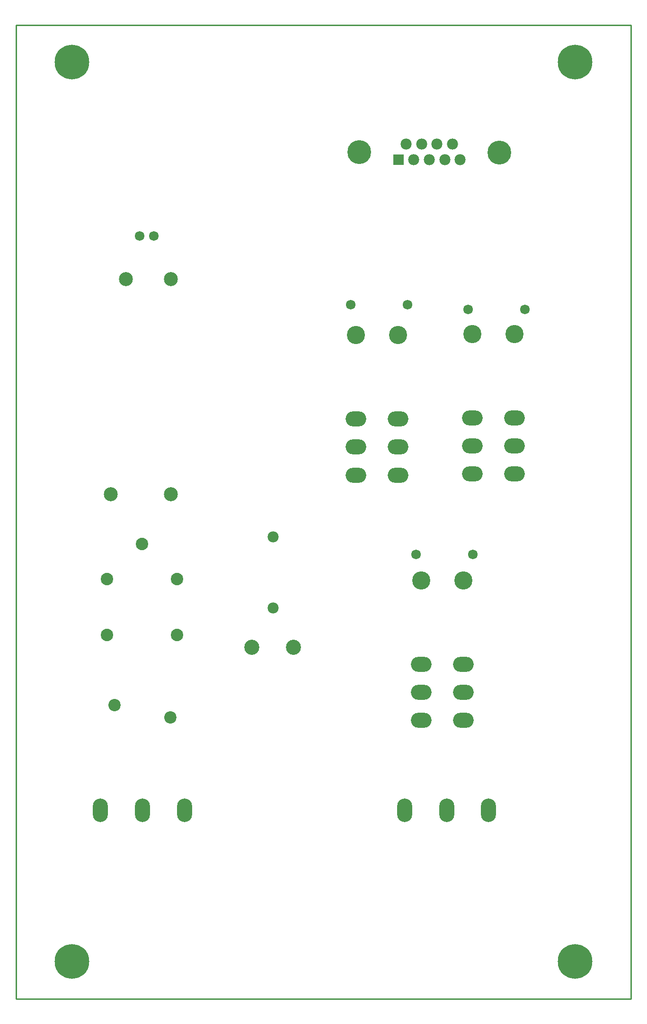
<source format=gbs>
G04*
G04 #@! TF.GenerationSoftware,Altium Limited,Altium Designer,20.1.11 (218)*
G04*
G04 Layer_Color=16711935*
%FSLAX25Y25*%
%MOIN*%
G70*
G04*
G04 #@! TF.SameCoordinates,B011805C-8237-4A5F-8DD1-956530F10964*
G04*
G04*
G04 #@! TF.FilePolarity,Negative*
G04*
G01*
G75*
%ADD12C,0.01000*%
%ADD15C,0.06787*%
%ADD16C,0.07787*%
%ADD17R,0.07787X0.07787*%
%ADD18C,0.16787*%
%ADD19C,0.08787*%
%ADD20O,0.14567X0.10630*%
%ADD21C,0.12787*%
%ADD22C,0.10630*%
%ADD23O,0.10630X0.16535*%
%ADD24C,0.09843*%
%ADD25C,0.08661*%
%ADD26C,0.24410*%
D12*
X-216535Y-342520D02*
Y342520D01*
X216535D01*
Y-342520D02*
Y342520D01*
X-216535Y-342520D02*
X216535D01*
D15*
X-119528Y194095D02*
D03*
X-129528D02*
D03*
X101732Y142520D02*
D03*
X141732D02*
D03*
X19055Y145669D02*
D03*
X59055D02*
D03*
X64961Y-29921D02*
D03*
X104961D02*
D03*
D16*
X-35433Y-17520D02*
D03*
Y-67520D02*
D03*
X63521Y247661D02*
D03*
X74421D02*
D03*
X85321D02*
D03*
X96221D02*
D03*
X58121Y258661D02*
D03*
X69021D02*
D03*
X79921D02*
D03*
X90821D02*
D03*
D17*
X52621Y247661D02*
D03*
D18*
X25121Y253161D02*
D03*
X123721Y252661D02*
D03*
D19*
X-103347Y-86614D02*
D03*
X-152559D02*
D03*
X-103347Y-47244D02*
D03*
X-152559D02*
D03*
X-127953Y-22638D02*
D03*
D20*
X104921Y26772D02*
D03*
Y46457D02*
D03*
Y66142D02*
D03*
X134449Y26772D02*
D03*
Y46457D02*
D03*
Y66142D02*
D03*
X68898Y-146457D02*
D03*
Y-126772D02*
D03*
Y-107087D02*
D03*
X98425Y-146457D02*
D03*
Y-126772D02*
D03*
Y-107087D02*
D03*
X22835Y25984D02*
D03*
Y45669D02*
D03*
Y65354D02*
D03*
X52362Y25984D02*
D03*
Y45669D02*
D03*
Y65354D02*
D03*
D21*
X134449Y125197D02*
D03*
X104921D02*
D03*
X98425Y-48031D02*
D03*
X68898D02*
D03*
X52362Y124409D02*
D03*
X22835D02*
D03*
D22*
X-21063Y-95276D02*
D03*
X-50591D02*
D03*
D23*
X-157087Y-209842D02*
D03*
X-127559D02*
D03*
X-98032D02*
D03*
X57087D02*
D03*
X86614D02*
D03*
X116142D02*
D03*
D24*
X-139173Y163976D02*
D03*
X-107677D02*
D03*
X-150000Y12402D02*
D03*
X-107677D02*
D03*
D25*
X-147244Y-135827D02*
D03*
X-107874Y-144488D02*
D03*
D26*
X-177165Y316339D02*
D03*
X177165D02*
D03*
Y-316339D02*
D03*
X-177165D02*
D03*
M02*

</source>
